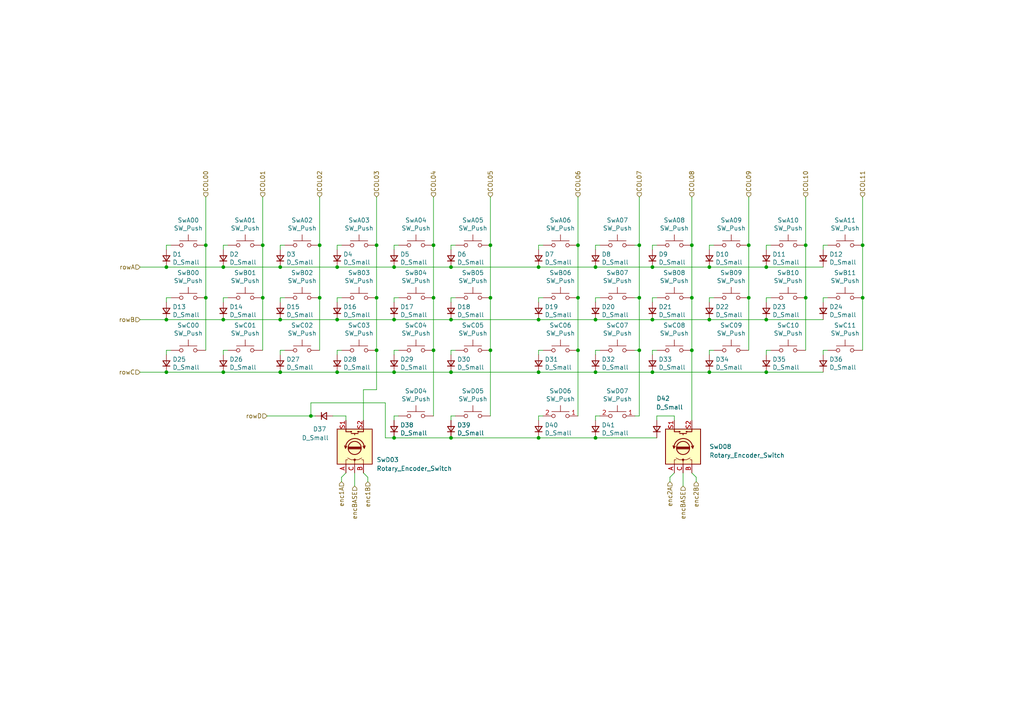
<source format=kicad_sch>
(kicad_sch (version 20210621) (generator eeschema)
  (paper "A4")
  (lib_symbols
    (symbol "Device:D_Small" (pin_numbers hide) (pin_names (offset 0.254) hide)
      (property "Reference" "D" (at -1.27 2.032 0))
      (property "Value" "Device_D_Small" (at -3.81 -2.032 0))
      (symbol "D_Small_0_1"
        (polyline (pts (xy -0.762 -1.016) (xy -0.762 1.016)) (stroke (width 0.254)))
        (polyline (pts (xy -0.762 0) (xy 0.762 0)))
        (polyline (pts (xy 0.762 -1.016) (xy -0.762 0) (xy 0.762 1.016) (xy 0.762 -1.016)) (stroke (width 0.254)))
      )
      (symbol "D_Small_1_1"
        (pin passive line (at -2.54 0 0) (length 1.778) (name "K") (number "1"))
        (pin passive line (at 2.54 0 180) (length 1.778) (name "A") (number "2"))
      )
    )
    (symbol "Device:Rotary_Encoder_Switch" (pin_names (offset 0.254) hide)
      (property "Reference" "SW" (at 0 6.604 0))
      (property "Value" "Device_Rotary_Encoder_Switch" (at 0 -6.604 0))
      (symbol "Rotary_Encoder_Switch_0_1"
        (rectangle (start -5.08 5.08) (end 5.08 -5.08) (stroke (width 0.254)) (fill (type background)))
        (circle (center -3.81 0) (radius 0.254) (fill (type outline)))
        (arc (start -0.381 -2.794) (mid 2.3622 -0.0635) (end -0.381 2.667) (stroke (width 0.254)))
        (circle (center -0.381 0) (radius 1.905) (stroke (width 0.254)) (stroke (width 0.254)))
        (polyline (pts (xy -0.635 -1.778) (xy -0.635 1.778)) (stroke (width 0.254)))
        (polyline (pts (xy -0.381 -1.778) (xy -0.381 1.778)) (stroke (width 0.254)))
        (polyline (pts (xy -0.127 1.778) (xy -0.127 -1.778)) (stroke (width 0.254)))
        (polyline (pts (xy 3.81 0) (xy 3.429 0)) (stroke (width 0.254)))
        (polyline (pts (xy 3.81 1.016) (xy 3.81 -1.016)) (stroke (width 0.254)))
        (polyline (pts (xy -5.08 -2.54) (xy -3.81 -2.54) (xy -3.81 -2.032)))
        (polyline (pts (xy -5.08 2.54) (xy -3.81 2.54) (xy -3.81 2.032)))
        (polyline (pts (xy 0.254 -3.048) (xy -0.508 -2.794) (xy 0.127 -2.413)) (stroke (width 0.254)))
        (polyline (pts (xy 0.254 2.921) (xy -0.508 2.667) (xy 0.127 2.286)) (stroke (width 0.254)))
        (polyline (pts (xy 5.08 -2.54) (xy 4.318 -2.54) (xy 4.318 -1.016)) (stroke (width 0.254)))
        (polyline (pts (xy 5.08 2.54) (xy 4.318 2.54) (xy 4.318 1.016)) (stroke (width 0.254)))
        (polyline (pts (xy -5.08 0) (xy -3.81 0) (xy -3.81 -1.016) (xy -3.302 -2.032)))
        (polyline (pts (xy -4.318 0) (xy -3.81 0) (xy -3.81 1.016) (xy -3.302 2.032)))
        (circle (center 4.318 -1.016) (radius 0.127) (stroke (width 0.254)) (stroke (width 0.254)))
        (circle (center 4.318 1.016) (radius 0.127) (stroke (width 0.254)) (stroke (width 0.254)))
      )
      (symbol "Rotary_Encoder_Switch_1_1"
        (pin passive line (at -7.62 2.54 0) (length 2.54) (name "A") (number "A"))
        (pin passive line (at -7.62 -2.54 0) (length 2.54) (name "B") (number "B"))
        (pin passive line (at -7.62 0 0) (length 2.54) (name "C") (number "C"))
        (pin passive line (at 7.62 2.54 180) (length 2.54) (name "S1") (number "S1"))
        (pin passive line (at 7.62 -2.54 180) (length 2.54) (name "S2") (number "S2"))
      )
    )
    (symbol "SW_Push_1" (pin_names (offset 1.016) hide)
      (property "Reference" "SW" (at 1.27 2.54 0))
      (property "Value" "SW_Push_1" (at 0 -1.524 0))
      (symbol "SW_Push_1_0_1"
        (circle (center -2.032 0) (radius 0.508))
        (polyline (pts (xy 0 1.27) (xy 0 3.048)))
        (polyline (pts (xy 2.54 1.27) (xy -2.54 1.27)))
        (circle (center 2.032 0) (radius 0.508))
        (pin passive line (at -5.08 0 0) (length 2.54) (name "1") (number "1"))
        (pin passive line (at 5.08 0 180) (length 2.54) (name "2") (number "2"))
      )
    )
    (symbol "SW_Push_2" (pin_names (offset 1.016) hide)
      (property "Reference" "SW" (at 1.27 2.54 0))
      (property "Value" "SW_Push_2" (at 0 -1.524 0))
      (symbol "SW_Push_2_0_1"
        (circle (center -2.032 0) (radius 0.508))
        (polyline (pts (xy 0 1.27) (xy 0 3.048)))
        (polyline (pts (xy 2.54 1.27) (xy -2.54 1.27)))
        (circle (center 2.032 0) (radius 0.508))
        (pin passive line (at -5.08 0 0) (length 2.54) (name "1") (number "1"))
        (pin passive line (at 5.08 0 180) (length 2.54) (name "2") (number "2"))
      )
    )
    (symbol "Switch:SW_Push" (pin_numbers hide) (pin_names (offset 1.016) hide)
      (property "Reference" "SW" (at 1.27 2.54 0))
      (property "Value" "Switch_SW_Push" (at 0 -1.524 0))
      (symbol "SW_Push_0_1"
        (circle (center -2.032 0) (radius 0.508))
        (polyline (pts (xy 0 1.27) (xy 0 3.048)))
        (polyline (pts (xy 2.54 1.27) (xy -2.54 1.27)))
        (circle (center 2.032 0) (radius 0.508))
        (pin passive line (at -5.08 0 0) (length 2.54) (name "1") (number "1"))
        (pin passive line (at 5.08 0 180) (length 2.54) (name "2") (number "2"))
      )
    )
  )
  (junction (at 48.26 77.47))
  (junction (at 48.26 92.71))
  (junction (at 48.26 107.95))
  (junction (at 59.69 71.12))
  (junction (at 59.69 86.36))
  (junction (at 64.77 77.47))
  (junction (at 64.77 92.71))
  (junction (at 64.77 107.95))
  (junction (at 76.2 71.12))
  (junction (at 76.2 86.36))
  (junction (at 81.28 77.47))
  (junction (at 81.28 92.71))
  (junction (at 81.28 107.95))
  (junction (at 90.17 120.65))
  (junction (at 92.71 71.12))
  (junction (at 92.71 86.36))
  (junction (at 97.79 77.47))
  (junction (at 97.79 92.71))
  (junction (at 97.79 107.95))
  (junction (at 109.22 71.12))
  (junction (at 109.22 86.36))
  (junction (at 109.22 101.6))
  (junction (at 114.3 77.47))
  (junction (at 114.3 92.71))
  (junction (at 114.3 107.95))
  (junction (at 114.3 127))
  (junction (at 125.73 71.12))
  (junction (at 125.73 86.36))
  (junction (at 125.73 101.6))
  (junction (at 130.81 77.47))
  (junction (at 130.81 92.71))
  (junction (at 130.81 107.95))
  (junction (at 130.81 127))
  (junction (at 142.24 71.12))
  (junction (at 142.24 86.36))
  (junction (at 142.24 101.6))
  (junction (at 156.21 77.47))
  (junction (at 156.21 92.71))
  (junction (at 156.21 107.95))
  (junction (at 156.21 127))
  (junction (at 167.64 71.12))
  (junction (at 167.64 86.36))
  (junction (at 167.64 101.6))
  (junction (at 172.72 77.47))
  (junction (at 172.72 92.71))
  (junction (at 172.72 107.95))
  (junction (at 172.72 127))
  (junction (at 185.42 71.12))
  (junction (at 185.42 86.36))
  (junction (at 185.42 101.6))
  (junction (at 189.23 77.47))
  (junction (at 189.23 92.71))
  (junction (at 189.23 107.95))
  (junction (at 200.66 71.12))
  (junction (at 200.66 86.36))
  (junction (at 200.66 101.6))
  (junction (at 205.74 77.47))
  (junction (at 205.74 92.71))
  (junction (at 205.74 107.95))
  (junction (at 217.17 71.12))
  (junction (at 217.17 86.36))
  (junction (at 222.25 77.47))
  (junction (at 222.25 92.71))
  (junction (at 222.25 107.95))
  (junction (at 233.68 71.12))
  (junction (at 233.68 86.36))
  (junction (at 250.19 71.12))
  (junction (at 250.19 86.36))
  (wire (pts (xy 40.64 77.47) (xy 48.26 77.47)))
  (wire (pts (xy 40.64 92.71) (xy 48.26 92.71)))
  (wire (pts (xy 40.64 107.95) (xy 48.26 107.95)))
  (wire (pts (xy 48.26 71.12) (xy 49.53 71.12)))
  (wire (pts (xy 48.26 72.39) (xy 48.26 71.12)))
  (wire (pts (xy 48.26 77.47) (xy 64.77 77.47)))
  (wire (pts (xy 48.26 86.36) (xy 49.53 86.36)))
  (wire (pts (xy 48.26 87.63) (xy 48.26 86.36)))
  (wire (pts (xy 48.26 92.71) (xy 64.77 92.71)))
  (wire (pts (xy 48.26 101.6) (xy 49.53 101.6)))
  (wire (pts (xy 48.26 102.87) (xy 48.26 101.6)))
  (wire (pts (xy 48.26 107.95) (xy 64.77 107.95)))
  (wire (pts (xy 59.69 57.15) (xy 59.69 71.12)))
  (wire (pts (xy 59.69 71.12) (xy 59.69 86.36)))
  (wire (pts (xy 59.69 86.36) (xy 59.69 101.6)))
  (wire (pts (xy 64.77 71.12) (xy 66.04 71.12)))
  (wire (pts (xy 64.77 72.39) (xy 64.77 71.12)))
  (wire (pts (xy 64.77 77.47) (xy 81.28 77.47)))
  (wire (pts (xy 64.77 86.36) (xy 66.04 86.36)))
  (wire (pts (xy 64.77 87.63) (xy 64.77 86.36)))
  (wire (pts (xy 64.77 92.71) (xy 81.28 92.71)))
  (wire (pts (xy 64.77 101.6) (xy 66.04 101.6)))
  (wire (pts (xy 64.77 102.87) (xy 64.77 101.6)))
  (wire (pts (xy 64.77 107.95) (xy 81.28 107.95)))
  (wire (pts (xy 76.2 57.15) (xy 76.2 71.12)))
  (wire (pts (xy 76.2 71.12) (xy 76.2 86.36)))
  (wire (pts (xy 76.2 86.36) (xy 76.2 101.6)))
  (wire (pts (xy 77.47 120.65) (xy 90.17 120.65)))
  (wire (pts (xy 81.28 71.12) (xy 82.55 71.12)))
  (wire (pts (xy 81.28 72.39) (xy 81.28 71.12)))
  (wire (pts (xy 81.28 77.47) (xy 97.79 77.47)))
  (wire (pts (xy 81.28 86.36) (xy 82.55 86.36)))
  (wire (pts (xy 81.28 87.63) (xy 81.28 86.36)))
  (wire (pts (xy 81.28 92.71) (xy 97.79 92.71)))
  (wire (pts (xy 81.28 101.6) (xy 82.55 101.6)))
  (wire (pts (xy 81.28 102.87) (xy 81.28 101.6)))
  (wire (pts (xy 81.28 107.95) (xy 97.79 107.95)))
  (wire (pts (xy 90.17 116.84) (xy 90.17 120.65)))
  (wire (pts (xy 90.17 120.65) (xy 91.44 120.65)))
  (wire (pts (xy 92.71 57.15) (xy 92.71 71.12)))
  (wire (pts (xy 92.71 71.12) (xy 92.71 86.36)))
  (wire (pts (xy 92.71 86.36) (xy 92.71 101.6)))
  (wire (pts (xy 97.79 71.12) (xy 99.06 71.12)))
  (wire (pts (xy 97.79 72.39) (xy 97.79 71.12)))
  (wire (pts (xy 97.79 77.47) (xy 114.3 77.47)))
  (wire (pts (xy 97.79 86.36) (xy 99.06 86.36)))
  (wire (pts (xy 97.79 87.63) (xy 97.79 86.36)))
  (wire (pts (xy 97.79 92.71) (xy 114.3 92.71)))
  (wire (pts (xy 97.79 101.6) (xy 99.06 101.6)))
  (wire (pts (xy 97.79 102.87) (xy 97.79 101.6)))
  (wire (pts (xy 97.79 107.95) (xy 114.3 107.95)))
  (wire (pts (xy 99.06 138.43) (xy 99.06 139.7)))
  (wire (pts (xy 100.33 120.65) (xy 96.52 120.65)))
  (wire (pts (xy 100.33 121.92) (xy 100.33 120.65)))
  (wire (pts (xy 100.33 137.16) (xy 99.06 138.43)))
  (wire (pts (xy 102.87 140.97) (xy 102.87 137.16)))
  (wire (pts (xy 105.41 113.03) (xy 105.41 121.92)))
  (wire (pts (xy 105.41 137.16) (xy 106.68 138.43)))
  (wire (pts (xy 106.68 139.7) (xy 106.68 138.43)))
  (wire (pts (xy 109.22 57.15) (xy 109.22 71.12)))
  (wire (pts (xy 109.22 71.12) (xy 109.22 86.36)))
  (wire (pts (xy 109.22 86.36) (xy 109.22 101.6)))
  (wire (pts (xy 109.22 101.6) (xy 109.22 113.03)))
  (wire (pts (xy 109.22 113.03) (xy 105.41 113.03)))
  (wire (pts (xy 111.76 116.84) (xy 90.17 116.84)))
  (wire (pts (xy 111.76 127) (xy 111.76 116.84)))
  (wire (pts (xy 114.3 71.12) (xy 115.57 71.12)))
  (wire (pts (xy 114.3 72.39) (xy 114.3 71.12)))
  (wire (pts (xy 114.3 77.47) (xy 130.81 77.47)))
  (wire (pts (xy 114.3 86.36) (xy 115.57 86.36)))
  (wire (pts (xy 114.3 87.63) (xy 114.3 86.36)))
  (wire (pts (xy 114.3 92.71) (xy 130.81 92.71)))
  (wire (pts (xy 114.3 101.6) (xy 115.57 101.6)))
  (wire (pts (xy 114.3 102.87) (xy 114.3 101.6)))
  (wire (pts (xy 114.3 107.95) (xy 130.81 107.95)))
  (wire (pts (xy 114.3 120.65) (xy 115.57 120.65)))
  (wire (pts (xy 114.3 121.92) (xy 114.3 120.65)))
  (wire (pts (xy 114.3 127) (xy 111.76 127)))
  (wire (pts (xy 114.3 127) (xy 130.81 127)))
  (wire (pts (xy 125.73 57.15) (xy 125.73 71.12)))
  (wire (pts (xy 125.73 71.12) (xy 125.73 86.36)))
  (wire (pts (xy 125.73 86.36) (xy 125.73 101.6)))
  (wire (pts (xy 125.73 101.6) (xy 125.73 120.65)))
  (wire (pts (xy 130.81 71.12) (xy 132.08 71.12)))
  (wire (pts (xy 130.81 72.39) (xy 130.81 71.12)))
  (wire (pts (xy 130.81 77.47) (xy 156.21 77.47)))
  (wire (pts (xy 130.81 86.36) (xy 132.08 86.36)))
  (wire (pts (xy 130.81 87.63) (xy 130.81 86.36)))
  (wire (pts (xy 130.81 92.71) (xy 156.21 92.71)))
  (wire (pts (xy 130.81 101.6) (xy 132.08 101.6)))
  (wire (pts (xy 130.81 102.87) (xy 130.81 101.6)))
  (wire (pts (xy 130.81 107.95) (xy 156.21 107.95)))
  (wire (pts (xy 130.81 120.65) (xy 132.08 120.65)))
  (wire (pts (xy 130.81 121.92) (xy 130.81 120.65)))
  (wire (pts (xy 130.81 127) (xy 156.21 127)))
  (wire (pts (xy 142.24 57.15) (xy 142.24 71.12)))
  (wire (pts (xy 142.24 71.12) (xy 142.24 86.36)))
  (wire (pts (xy 142.24 86.36) (xy 142.24 101.6)))
  (wire (pts (xy 142.24 101.6) (xy 142.24 120.65)))
  (wire (pts (xy 156.21 71.12) (xy 157.48 71.12)))
  (wire (pts (xy 156.21 72.39) (xy 156.21 71.12)))
  (wire (pts (xy 156.21 77.47) (xy 172.72 77.47)))
  (wire (pts (xy 156.21 86.36) (xy 157.48 86.36)))
  (wire (pts (xy 156.21 87.63) (xy 156.21 86.36)))
  (wire (pts (xy 156.21 92.71) (xy 172.72 92.71)))
  (wire (pts (xy 156.21 101.6) (xy 157.48 101.6)))
  (wire (pts (xy 156.21 102.87) (xy 156.21 101.6)))
  (wire (pts (xy 156.21 107.95) (xy 172.72 107.95)))
  (wire (pts (xy 156.21 120.65) (xy 157.48 120.65)))
  (wire (pts (xy 156.21 121.92) (xy 156.21 120.65)))
  (wire (pts (xy 156.21 127) (xy 172.72 127)))
  (wire (pts (xy 167.64 57.15) (xy 167.64 71.12)))
  (wire (pts (xy 167.64 71.12) (xy 167.64 86.36)))
  (wire (pts (xy 167.64 86.36) (xy 167.64 101.6)))
  (wire (pts (xy 167.64 101.6) (xy 167.64 120.65)))
  (wire (pts (xy 172.72 71.12) (xy 173.99 71.12)))
  (wire (pts (xy 172.72 72.39) (xy 172.72 71.12)))
  (wire (pts (xy 172.72 77.47) (xy 189.23 77.47)))
  (wire (pts (xy 172.72 86.36) (xy 173.99 86.36)))
  (wire (pts (xy 172.72 87.63) (xy 172.72 86.36)))
  (wire (pts (xy 172.72 92.71) (xy 189.23 92.71)))
  (wire (pts (xy 172.72 101.6) (xy 173.99 101.6)))
  (wire (pts (xy 172.72 102.87) (xy 172.72 101.6)))
  (wire (pts (xy 172.72 107.95) (xy 189.23 107.95)))
  (wire (pts (xy 172.72 120.65) (xy 173.99 120.65)))
  (wire (pts (xy 172.72 121.92) (xy 172.72 120.65)))
  (wire (pts (xy 184.15 71.12) (xy 185.42 71.12)))
  (wire (pts (xy 184.15 86.36) (xy 185.42 86.36)))
  (wire (pts (xy 184.15 101.6) (xy 185.42 101.6)))
  (wire (pts (xy 185.42 57.15) (xy 185.42 71.12)))
  (wire (pts (xy 185.42 71.12) (xy 185.42 86.36)))
  (wire (pts (xy 185.42 86.36) (xy 185.42 101.6)))
  (wire (pts (xy 185.42 101.6) (xy 185.42 120.65)))
  (wire (pts (xy 185.42 120.65) (xy 184.15 120.65)))
  (wire (pts (xy 189.23 71.12) (xy 190.5 71.12)))
  (wire (pts (xy 189.23 72.39) (xy 189.23 71.12)))
  (wire (pts (xy 189.23 77.47) (xy 205.74 77.47)))
  (wire (pts (xy 189.23 86.36) (xy 190.5 86.36)))
  (wire (pts (xy 189.23 87.63) (xy 189.23 86.36)))
  (wire (pts (xy 189.23 92.71) (xy 205.74 92.71)))
  (wire (pts (xy 189.23 101.6) (xy 190.5 101.6)))
  (wire (pts (xy 189.23 102.87) (xy 189.23 101.6)))
  (wire (pts (xy 189.23 107.95) (xy 205.74 107.95)))
  (wire (pts (xy 190.5 120.65) (xy 190.5 121.92)))
  (wire (pts (xy 190.5 127) (xy 172.72 127)))
  (wire (pts (xy 194.31 138.43) (xy 194.31 139.7)))
  (wire (pts (xy 195.58 120.65) (xy 190.5 120.65)))
  (wire (pts (xy 195.58 121.92) (xy 195.58 120.65)))
  (wire (pts (xy 195.58 137.16) (xy 194.31 138.43)))
  (wire (pts (xy 198.12 140.97) (xy 198.12 137.16)))
  (wire (pts (xy 200.66 57.15) (xy 200.66 71.12)))
  (wire (pts (xy 200.66 71.12) (xy 200.66 86.36)))
  (wire (pts (xy 200.66 86.36) (xy 200.66 101.6)))
  (wire (pts (xy 200.66 101.6) (xy 200.66 121.92)))
  (wire (pts (xy 200.66 137.16) (xy 201.93 138.43)))
  (wire (pts (xy 201.93 138.43) (xy 201.93 139.7)))
  (wire (pts (xy 205.74 71.12) (xy 207.01 71.12)))
  (wire (pts (xy 205.74 72.39) (xy 205.74 71.12)))
  (wire (pts (xy 205.74 77.47) (xy 222.25 77.47)))
  (wire (pts (xy 205.74 86.36) (xy 207.01 86.36)))
  (wire (pts (xy 205.74 87.63) (xy 205.74 86.36)))
  (wire (pts (xy 205.74 92.71) (xy 222.25 92.71)))
  (wire (pts (xy 205.74 101.6) (xy 207.01 101.6)))
  (wire (pts (xy 205.74 102.87) (xy 205.74 101.6)))
  (wire (pts (xy 205.74 107.95) (xy 222.25 107.95)))
  (wire (pts (xy 217.17 57.15) (xy 217.17 71.12)))
  (wire (pts (xy 217.17 71.12) (xy 217.17 86.36)))
  (wire (pts (xy 217.17 86.36) (xy 217.17 101.6)))
  (wire (pts (xy 222.25 71.12) (xy 223.52 71.12)))
  (wire (pts (xy 222.25 72.39) (xy 222.25 71.12)))
  (wire (pts (xy 222.25 77.47) (xy 238.76 77.47)))
  (wire (pts (xy 222.25 86.36) (xy 223.52 86.36)))
  (wire (pts (xy 222.25 87.63) (xy 222.25 86.36)))
  (wire (pts (xy 222.25 92.71) (xy 238.76 92.71)))
  (wire (pts (xy 222.25 101.6) (xy 223.52 101.6)))
  (wire (pts (xy 222.25 102.87) (xy 222.25 101.6)))
  (wire (pts (xy 222.25 107.95) (xy 238.76 107.95)))
  (wire (pts (xy 233.68 57.15) (xy 233.68 71.12)))
  (wire (pts (xy 233.68 71.12) (xy 233.68 86.36)))
  (wire (pts (xy 233.68 86.36) (xy 233.68 101.6)))
  (wire (pts (xy 238.76 71.12) (xy 240.03 71.12)))
  (wire (pts (xy 238.76 72.39) (xy 238.76 71.12)))
  (wire (pts (xy 238.76 86.36) (xy 240.03 86.36)))
  (wire (pts (xy 238.76 87.63) (xy 238.76 86.36)))
  (wire (pts (xy 238.76 101.6) (xy 240.03 101.6)))
  (wire (pts (xy 238.76 102.87) (xy 238.76 101.6)))
  (wire (pts (xy 250.19 57.15) (xy 250.19 71.12)))
  (wire (pts (xy 250.19 71.12) (xy 250.19 86.36)))
  (wire (pts (xy 250.19 86.36) (xy 250.19 101.6)))
  (hierarchical_label "rowA" (shape input) (at 40.64 77.47 180))
  (hierarchical_label "rowB" (shape input) (at 40.64 92.71 180))
  (hierarchical_label "rowC" (shape input) (at 40.64 107.95 180))
  (hierarchical_label "COL00" (shape input) (at 59.69 57.15 90))
  (hierarchical_label "COL01" (shape input) (at 76.2 57.15 90))
  (hierarchical_label "rowD" (shape input) (at 77.47 120.65 180))
  (hierarchical_label "COL02" (shape input) (at 92.71 57.15 90))
  (hierarchical_label "enc1A" (shape input) (at 99.06 139.7 270))
  (hierarchical_label "encBASE" (shape input) (at 102.87 140.97 270))
  (hierarchical_label "enc1B" (shape input) (at 106.68 139.7 270))
  (hierarchical_label "COL03" (shape input) (at 109.22 57.15 90))
  (hierarchical_label "COL04" (shape input) (at 125.73 57.15 90))
  (hierarchical_label "COL05" (shape input) (at 142.24 57.15 90))
  (hierarchical_label "COL06" (shape input) (at 167.64 57.15 90))
  (hierarchical_label "COL07" (shape input) (at 185.42 57.15 90))
  (hierarchical_label "enc2A" (shape input) (at 194.31 139.7 270))
  (hierarchical_label "encBASE" (shape input) (at 198.12 140.97 270))
  (hierarchical_label "COL08" (shape input) (at 200.66 57.15 90))
  (hierarchical_label "enc2B" (shape input) (at 201.93 139.7 270))
  (hierarchical_label "COL09" (shape input) (at 217.17 57.15 90))
  (hierarchical_label "COL10" (shape input) (at 233.68 57.15 90))
  (hierarchical_label "COL11" (shape input) (at 250.19 57.15 90))
  (symbol (lib_id "Device:D_Small") (at 48.26 74.93 90) (unit 1)
    (property "Reference" "D1" (at 50.038 73.7616 90) (effects (justify right)))
    (property "Value" "D_Small" (at 50.038 76.073 90) (effects (justify right)))
    (property "Footprint" "Diode_SMD:D_SOD-123" (effects hide))
    (property "JLC" "SOD-123" (effects hide))
    (property "LCSC" "C81598" (effects hide))
  )
  (symbol (lib_id "Device:D_Small") (at 48.26 90.17 90) (unit 1)
    (property "Reference" "D13" (at 50.038 89.0016 90) (effects (justify right)))
    (property "Value" "D_Small" (at 50.038 91.313 90) (effects (justify right)))
    (property "Footprint" "Diode_SMD:D_SOD-123" (effects hide))
    (property "JLC" "SOD-123" (effects hide))
    (property "LCSC" "C81598" (effects hide))
  )
  (symbol (lib_id "Device:D_Small") (at 48.26 105.41 90) (unit 1)
    (property "Reference" "D25" (at 50.038 104.2416 90) (effects (justify right)))
    (property "Value" "D_Small" (at 50.038 106.553 90) (effects (justify right)))
    (property "Footprint" "Diode_SMD:D_SOD-123" (effects hide))
    (property "JLC" "SOD-123" (effects hide))
    (property "LCSC" "C81598" (effects hide))
  )
  (symbol (lib_id "Device:D_Small") (at 64.77 74.93 90) (unit 1)
    (property "Reference" "D2" (at 66.548 73.7616 90) (effects (justify right)))
    (property "Value" "D_Small" (at 66.548 76.073 90) (effects (justify right)))
    (property "Footprint" "Diode_SMD:D_SOD-123" (effects hide))
    (property "JLC" "SOD-123" (effects hide))
    (property "LCSC" "C81598" (effects hide))
  )
  (symbol (lib_id "Device:D_Small") (at 64.77 90.17 90) (unit 1)
    (property "Reference" "D14" (at 66.548 89.0016 90) (effects (justify right)))
    (property "Value" "D_Small" (at 66.548 91.313 90) (effects (justify right)))
    (property "Footprint" "Diode_SMD:D_SOD-123" (effects hide))
    (property "JLC" "SOD-123" (effects hide))
    (property "LCSC" "C81598" (effects hide))
  )
  (symbol (lib_id "Device:D_Small") (at 64.77 105.41 90) (unit 1)
    (property "Reference" "D26" (at 66.548 104.2416 90) (effects (justify right)))
    (property "Value" "D_Small" (at 66.548 106.553 90) (effects (justify right)))
    (property "Footprint" "Diode_SMD:D_SOD-123" (effects hide))
    (property "JLC" "SOD-123" (effects hide))
    (property "LCSC" "C81598" (effects hide))
  )
  (symbol (lib_id "Device:D_Small") (at 81.28 74.93 90) (unit 1)
    (property "Reference" "D3" (at 83.058 73.7616 90) (effects (justify right)))
    (property "Value" "D_Small" (at 83.058 76.073 90) (effects (justify right)))
    (property "Footprint" "Diode_SMD:D_SOD-123" (effects hide))
    (property "JLC" "SOD-123" (effects hide))
    (property "LCSC" "C81598" (effects hide))
  )
  (symbol (lib_id "Device:D_Small") (at 81.28 90.17 90) (unit 1)
    (property "Reference" "D15" (at 83.058 89.0016 90) (effects (justify right)))
    (property "Value" "D_Small" (at 83.058 91.313 90) (effects (justify right)))
    (property "Footprint" "Diode_SMD:D_SOD-123" (effects hide))
    (property "JLC" "SOD-123" (effects hide))
    (property "LCSC" "C81598" (effects hide))
  )
  (symbol (lib_id "Device:D_Small") (at 81.28 105.41 90) (unit 1)
    (property "Reference" "D27" (at 83.058 104.2416 90) (effects (justify right)))
    (property "Value" "D_Small" (at 83.058 106.553 90) (effects (justify right)))
    (property "Footprint" "Diode_SMD:D_SOD-123" (effects hide))
    (property "JLC" "SOD-123" (effects hide))
    (property "LCSC" "C81598" (effects hide))
  )
  (symbol (lib_id "Device:D_Small") (at 93.98 120.65 0) (unit 1)
    (property "Reference" "D37" (at 92.71 124.46 0))
    (property "Value" "D_Small" (at 91.44 127 0))
    (property "Footprint" "Diode_SMD:D_SOD-123" (effects hide))
    (property "JLC" "SOD-123" (effects hide))
    (property "LCSC" "C81598" (effects hide))
  )
  (symbol (lib_id "Device:D_Small") (at 97.79 74.93 90) (unit 1)
    (property "Reference" "D4" (at 99.568 73.7616 90) (effects (justify right)))
    (property "Value" "D_Small" (at 99.568 76.073 90) (effects (justify right)))
    (property "Footprint" "Diode_SMD:D_SOD-123" (effects hide))
    (property "JLC" "SOD-123" (effects hide))
    (property "LCSC" "C81598" (effects hide))
  )
  (symbol (lib_id "Device:D_Small") (at 97.79 90.17 90) (unit 1)
    (property "Reference" "D16" (at 99.568 89.0016 90) (effects (justify right)))
    (property "Value" "D_Small" (at 99.568 91.313 90) (effects (justify right)))
    (property "Footprint" "Diode_SMD:D_SOD-123" (effects hide))
    (property "JLC" "SOD-123" (effects hide))
    (property "LCSC" "C81598" (effects hide))
  )
  (symbol (lib_id "Device:D_Small") (at 97.79 105.41 90) (unit 1)
    (property "Reference" "D28" (at 99.568 104.2416 90) (effects (justify right)))
    (property "Value" "D_Small" (at 99.568 106.553 90) (effects (justify right)))
    (property "Footprint" "Diode_SMD:D_SOD-123" (effects hide))
    (property "JLC" "SOD-123" (effects hide))
    (property "LCSC" "C81598" (effects hide))
  )
  (symbol (lib_id "Device:D_Small") (at 114.3 74.93 90) (unit 1)
    (property "Reference" "D5" (at 116.078 73.7616 90) (effects (justify right)))
    (property "Value" "D_Small" (at 116.078 76.073 90) (effects (justify right)))
    (property "Footprint" "Diode_SMD:D_SOD-123" (effects hide))
    (property "JLC" "SOD-123" (effects hide))
    (property "LCSC" "C81598" (effects hide))
  )
  (symbol (lib_id "Device:D_Small") (at 114.3 90.17 90) (unit 1)
    (property "Reference" "D17" (at 116.078 89.0016 90) (effects (justify right)))
    (property "Value" "D_Small" (at 116.078 91.313 90) (effects (justify right)))
    (property "Footprint" "Diode_SMD:D_SOD-123" (effects hide))
    (property "JLC" "SOD-123" (effects hide))
    (property "LCSC" "C81598" (effects hide))
  )
  (symbol (lib_id "Device:D_Small") (at 114.3 105.41 90) (unit 1)
    (property "Reference" "D29" (at 116.078 104.2416 90) (effects (justify right)))
    (property "Value" "D_Small" (at 116.078 106.553 90) (effects (justify right)))
    (property "Footprint" "Diode_SMD:D_SOD-123" (effects hide))
    (property "JLC" "SOD-123" (effects hide))
    (property "LCSC" "C81598" (effects hide))
  )
  (symbol (lib_id "Device:D_Small") (at 114.3 124.46 90) (unit 1)
    (property "Reference" "D38" (at 116.078 123.2916 90) (effects (justify right)))
    (property "Value" "D_Small" (at 116.078 125.603 90) (effects (justify right)))
    (property "Footprint" "Diode_SMD:D_SOD-123" (effects hide))
    (property "JLC" "SOD-123" (effects hide))
    (property "LCSC" "C81598" (effects hide))
  )
  (symbol (lib_id "Device:D_Small") (at 130.81 74.93 90) (unit 1)
    (property "Reference" "D6" (at 132.588 73.7616 90) (effects (justify right)))
    (property "Value" "D_Small" (at 132.588 76.073 90) (effects (justify right)))
    (property "Footprint" "Diode_SMD:D_SOD-123" (effects hide))
    (property "JLC" "SOD-123" (effects hide))
    (property "LCSC" "C81598" (effects hide))
  )
  (symbol (lib_id "Device:D_Small") (at 130.81 90.17 90) (unit 1)
    (property "Reference" "D18" (at 132.588 89.0016 90) (effects (justify right)))
    (property "Value" "D_Small" (at 132.588 91.313 90) (effects (justify right)))
    (property "Footprint" "Diode_SMD:D_SOD-123" (effects hide))
    (property "JLC" "SOD-123" (effects hide))
    (property "LCSC" "C81598" (effects hide))
  )
  (symbol (lib_id "Device:D_Small") (at 130.81 105.41 90) (unit 1)
    (property "Reference" "D30" (at 132.588 104.2416 90) (effects (justify right)))
    (property "Value" "D_Small" (at 132.588 106.553 90) (effects (justify right)))
    (property "Footprint" "Diode_SMD:D_SOD-123" (effects hide))
    (property "JLC" "SOD-123" (effects hide))
    (property "LCSC" "C81598" (effects hide))
  )
  (symbol (lib_id "Device:D_Small") (at 130.81 124.46 90) (unit 1)
    (property "Reference" "D39" (at 132.588 123.2916 90) (effects (justify right)))
    (property "Value" "D_Small" (at 132.588 125.603 90) (effects (justify right)))
    (property "Footprint" "Diode_SMD:D_SOD-123" (effects hide))
    (property "JLC" "SOD-123" (effects hide))
    (property "LCSC" "C81598" (effects hide))
  )
  (symbol (lib_id "Device:D_Small") (at 156.21 74.93 90) (unit 1)
    (property "Reference" "D7" (at 157.988 73.7616 90) (effects (justify right)))
    (property "Value" "D_Small" (at 157.988 76.073 90) (effects (justify right)))
    (property "Footprint" "Diode_SMD:D_SOD-123" (effects hide))
    (property "JLC" "SOD-123" (effects hide))
    (property "LCSC" "C81598" (effects hide))
  )
  (symbol (lib_id "Device:D_Small") (at 156.21 90.17 90) (unit 1)
    (property "Reference" "D19" (at 157.988 89.0016 90) (effects (justify right)))
    (property "Value" "D_Small" (at 157.988 91.313 90) (effects (justify right)))
    (property "Footprint" "Diode_SMD:D_SOD-123" (effects hide))
    (property "JLC" "SOD-123" (effects hide))
    (property "LCSC" "C81598" (effects hide))
  )
  (symbol (lib_id "Device:D_Small") (at 156.21 105.41 90) (unit 1)
    (property "Reference" "D31" (at 157.988 104.2416 90) (effects (justify right)))
    (property "Value" "D_Small" (at 157.988 106.553 90) (effects (justify right)))
    (property "Footprint" "Diode_SMD:D_SOD-123" (effects hide))
    (property "JLC" "SOD-123" (effects hide))
    (property "LCSC" "C81598" (effects hide))
  )
  (symbol (lib_id "Device:D_Small") (at 156.21 124.46 90) (unit 1)
    (property "Reference" "D40" (at 157.988 123.2916 90) (effects (justify right)))
    (property "Value" "D_Small" (at 157.988 125.603 90) (effects (justify right)))
    (property "Footprint" "Diode_SMD:D_SOD-123" (effects hide))
    (property "JLC" "SOD-123" (effects hide))
    (property "LCSC" "C81598" (effects hide))
  )
  (symbol (lib_id "Device:D_Small") (at 172.72 74.93 90) (unit 1)
    (property "Reference" "D8" (at 174.498 73.7616 90) (effects (justify right)))
    (property "Value" "D_Small" (at 174.498 76.073 90) (effects (justify right)))
    (property "Footprint" "Diode_SMD:D_SOD-123" (effects hide))
    (property "JLC" "SOD-123" (effects hide))
    (property "LCSC" "C81598" (effects hide))
  )
  (symbol (lib_id "Device:D_Small") (at 172.72 90.17 90) (unit 1)
    (property "Reference" "D20" (at 174.498 89.0016 90) (effects (justify right)))
    (property "Value" "D_Small" (at 174.498 91.313 90) (effects (justify right)))
    (property "Footprint" "Diode_SMD:D_SOD-123" (effects hide))
    (property "JLC" "SOD-123" (effects hide))
    (property "LCSC" "C81598" (effects hide))
  )
  (symbol (lib_id "Device:D_Small") (at 172.72 105.41 90) (unit 1)
    (property "Reference" "D32" (at 174.498 104.2416 90) (effects (justify right)))
    (property "Value" "D_Small" (at 174.498 106.553 90) (effects (justify right)))
    (property "Footprint" "Diode_SMD:D_SOD-123" (effects hide))
    (property "JLC" "SOD-123" (effects hide))
    (property "LCSC" "C81598" (effects hide))
  )
  (symbol (lib_id "Device:D_Small") (at 172.72 124.46 90) (unit 1)
    (property "Reference" "D41" (at 174.498 123.2916 90) (effects (justify right)))
    (property "Value" "D_Small" (at 174.498 125.603 90) (effects (justify right)))
    (property "Footprint" "Diode_SMD:D_SOD-123" (effects hide))
    (property "JLC" "SOD-123" (effects hide))
    (property "LCSC" "C81598" (effects hide))
  )
  (symbol (lib_id "Device:D_Small") (at 189.23 74.93 90) (unit 1)
    (property "Reference" "D9" (at 191.008 73.7616 90) (effects (justify right)))
    (property "Value" "D_Small" (at 191.008 76.073 90) (effects (justify right)))
    (property "Footprint" "Diode_SMD:D_SOD-123" (effects hide))
    (property "JLC" "SOD-123" (effects hide))
    (property "LCSC" "C81598" (effects hide))
  )
  (symbol (lib_id "Device:D_Small") (at 189.23 90.17 90) (unit 1)
    (property "Reference" "D21" (at 191.008 89.0016 90) (effects (justify right)))
    (property "Value" "D_Small" (at 191.008 91.313 90) (effects (justify right)))
    (property "Footprint" "Diode_SMD:D_SOD-123" (effects hide))
    (property "JLC" "SOD-123" (effects hide))
    (property "LCSC" "C81598" (effects hide))
  )
  (symbol (lib_id "Device:D_Small") (at 189.23 105.41 90) (unit 1)
    (property "Reference" "D33" (at 191.008 104.2416 90) (effects (justify right)))
    (property "Value" "D_Small" (at 191.008 106.553 90) (effects (justify right)))
    (property "Footprint" "Diode_SMD:D_SOD-123" (effects hide))
    (property "JLC" "SOD-123" (effects hide))
    (property "LCSC" "C81598" (effects hide))
  )
  (symbol (lib_id "Device:D_Small") (at 190.5 124.46 90) (unit 1)
    (property "Reference" "D42" (at 194.31 115.57 90) (effects (justify left)))
    (property "Value" "D_Small" (at 198.12 118.11 90) (effects (justify left)))
    (property "Footprint" "Diode_SMD:D_SOD-123" (effects hide))
    (property "JLC" "SOD-123" (effects hide))
    (property "LCSC" "C81598" (effects hide))
  )
  (symbol (lib_id "Device:D_Small") (at 205.74 74.93 90) (unit 1)
    (property "Reference" "D10" (at 207.518 73.7616 90) (effects (justify right)))
    (property "Value" "D_Small" (at 207.518 76.073 90) (effects (justify right)))
    (property "Footprint" "Diode_SMD:D_SOD-123" (effects hide))
    (property "JLC" "SOD-123" (effects hide))
    (property "LCSC" "C81598" (effects hide))
  )
  (symbol (lib_id "Device:D_Small") (at 205.74 90.17 90) (unit 1)
    (property "Reference" "D22" (at 207.518 89.0016 90) (effects (justify right)))
    (property "Value" "D_Small" (at 207.518 91.313 90) (effects (justify right)))
    (property "Footprint" "Diode_SMD:D_SOD-123" (effects hide))
    (property "JLC" "SOD-123" (effects hide))
    (property "LCSC" "C81598" (effects hide))
  )
  (symbol (lib_id "Device:D_Small") (at 205.74 105.41 90) (unit 1)
    (property "Reference" "D34" (at 207.518 104.2416 90) (effects (justify right)))
    (property "Value" "D_Small" (at 207.518 106.553 90) (effects (justify right)))
    (property "Footprint" "Diode_SMD:D_SOD-123" (effects hide))
    (property "JLC" "SOD-123" (effects hide))
    (property "LCSC" "C81598" (effects hide))
  )
  (symbol (lib_id "Device:D_Small") (at 222.25 74.93 90) (unit 1)
    (property "Reference" "D11" (at 224.028 73.7616 90) (effects (justify right)))
    (property "Value" "D_Small" (at 224.028 76.073 90) (effects (justify right)))
    (property "Footprint" "Diode_SMD:D_SOD-123" (effects hide))
    (property "JLC" "SOD-123" (effects hide))
    (property "LCSC" "C81598" (effects hide))
  )
  (symbol (lib_id "Device:D_Small") (at 222.25 90.17 90) (unit 1)
    (property "Reference" "D23" (at 224.028 89.0016 90) (effects (justify right)))
    (property "Value" "D_Small" (at 224.028 91.313 90) (effects (justify right)))
    (property "Footprint" "Diode_SMD:D_SOD-123" (effects hide))
    (property "JLC" "SOD-123" (effects hide))
    (property "LCSC" "C81598" (effects hide))
  )
  (symbol (lib_id "Device:D_Small") (at 222.25 105.41 90) (unit 1)
    (property "Reference" "D35" (at 224.028 104.2416 90) (effects (justify right)))
    (property "Value" "D_Small" (at 224.028 106.553 90) (effects (justify right)))
    (property "Footprint" "Diode_SMD:D_SOD-123" (effects hide))
    (property "JLC" "SOD-123" (effects hide))
    (property "LCSC" "C81598" (effects hide))
  )
  (symbol (lib_id "Device:D_Small") (at 238.76 74.93 90) (unit 1)
    (property "Reference" "D12" (at 240.538 73.7616 90) (effects (justify right)))
    (property "Value" "D_Small" (at 240.538 76.073 90) (effects (justify right)))
    (property "Footprint" "Diode_SMD:D_SOD-123" (effects hide))
    (property "JLC" "SOD-123" (effects hide))
    (property "LCSC" "C81598" (effects hide))
  )
  (symbol (lib_id "Device:D_Small") (at 238.76 90.17 90) (unit 1)
    (property "Reference" "D24" (at 240.538 89.0016 90) (effects (justify right)))
    (property "Value" "D_Small" (at 240.538 91.313 90) (effects (justify right)))
    (property "Footprint" "Diode_SMD:D_SOD-123" (effects hide))
    (property "JLC" "SOD-123" (effects hide))
    (property "LCSC" "C81598" (effects hide))
  )
  (symbol (lib_id "Device:D_Small") (at 238.76 105.41 90) (unit 1)
    (property "Reference" "D36" (at 240.538 104.2416 90) (effects (justify right)))
    (property "Value" "D_Small" (at 240.538 106.553 90) (effects (justify right)))
    (property "Footprint" "Diode_SMD:D_SOD-123" (effects hide))
    (property "JLC" "SOD-123" (effects hide))
    (property "LCSC" "C81598" (effects hide))
  )
  (symbol (lib_id "Switch:SW_Push") (at 54.61 71.12 0) (unit 1)
    (property "Reference" "SwA00" (at 54.61 63.881 0))
    (property "Value" "SW_Push" (at 54.61 66.1924 0))
    (property "Footprint" "keebLib:pg1353" (effects hide))
  )
  (symbol (lib_id "Switch:SW_Push") (at 54.61 86.36 0) (unit 1)
    (property "Reference" "SwB00" (at 54.61 79.121 0))
    (property "Value" "SW_Push" (at 54.61 81.4324 0))
    (property "Footprint" "keebLib:pg1353" (effects hide))
  )
  (symbol (lib_id "Switch:SW_Push") (at 54.61 101.6 0) (unit 1)
    (property "Reference" "SwC00" (at 54.61 94.361 0))
    (property "Value" "SW_Push" (at 54.61 96.6724 0))
    (property "Footprint" "keebLib:pg1353" (effects hide))
  )
  (symbol (lib_id "Switch:SW_Push") (at 71.12 71.12 0) (unit 1)
    (property "Reference" "SwA01" (at 71.12 63.881 0))
    (property "Value" "SW_Push" (at 71.12 66.1924 0))
    (property "Footprint" "keebLib:pg1353" (effects hide))
  )
  (symbol (lib_id "Switch:SW_Push") (at 71.12 86.36 0) (unit 1)
    (property "Reference" "SwB01" (at 71.12 79.121 0))
    (property "Value" "SW_Push" (at 71.12 81.4324 0))
    (property "Footprint" "keebLib:pg1353" (effects hide))
  )
  (symbol (lib_id "Switch:SW_Push") (at 71.12 101.6 0) (unit 1)
    (property "Reference" "SwC01" (at 71.12 94.361 0))
    (property "Value" "SW_Push" (at 71.12 96.6724 0))
    (property "Footprint" "keebLib:pg1353" (effects hide))
  )
  (symbol (lib_id "Switch:SW_Push") (at 87.63 71.12 0) (unit 1)
    (property "Reference" "SwA02" (at 87.63 63.881 0))
    (property "Value" "SW_Push" (at 87.63 66.1924 0))
    (property "Footprint" "keebLib:pg1353" (effects hide))
  )
  (symbol (lib_id "Switch:SW_Push") (at 87.63 86.36 0) (unit 1)
    (property "Reference" "SwB02" (at 87.63 79.121 0))
    (property "Value" "SW_Push" (at 87.63 81.4324 0))
    (property "Footprint" "keebLib:pg1353" (effects hide))
  )
  (symbol (lib_id "Switch:SW_Push") (at 87.63 101.6 0) (unit 1)
    (property "Reference" "SwC02" (at 87.63 94.361 0))
    (property "Value" "SW_Push" (at 87.63 96.6724 0))
    (property "Footprint" "keebLib:pg1353" (effects hide))
  )
  (symbol (lib_id "Switch:SW_Push") (at 104.14 71.12 0) (unit 1)
    (property "Reference" "SwA03" (at 104.14 63.881 0))
    (property "Value" "SW_Push" (at 104.14 66.1924 0))
    (property "Footprint" "keebLib:pg1353" (effects hide))
  )
  (symbol (lib_id "Switch:SW_Push") (at 104.14 86.36 0) (unit 1)
    (property "Reference" "SwB03" (at 104.14 79.121 0))
    (property "Value" "SW_Push" (at 104.14 81.4324 0))
    (property "Footprint" "keebLib:pg1353" (effects hide))
  )
  (symbol (lib_id "Switch:SW_Push") (at 104.14 101.6 0) (unit 1)
    (property "Reference" "SwC03" (at 104.14 94.361 0))
    (property "Value" "SW_Push" (at 104.14 96.6724 0))
    (property "Footprint" "keebLib:pg1353" (effects hide))
  )
  (symbol (lib_id "Switch:SW_Push") (at 120.65 71.12 0) (unit 1)
    (property "Reference" "SwA04" (at 120.65 63.881 0))
    (property "Value" "SW_Push" (at 120.65 66.1924 0))
    (property "Footprint" "keebLib:pg1353" (effects hide))
  )
  (symbol (lib_id "Switch:SW_Push") (at 120.65 86.36 0) (unit 1)
    (property "Reference" "SwB04" (at 120.65 79.121 0))
    (property "Value" "SW_Push" (at 120.65 81.4324 0))
    (property "Footprint" "keebLib:pg1353" (effects hide))
  )
  (symbol (lib_id "Switch:SW_Push") (at 120.65 101.6 0) (unit 1)
    (property "Reference" "SwC04" (at 120.65 94.361 0))
    (property "Value" "SW_Push" (at 120.65 96.6724 0))
    (property "Footprint" "keebLib:pg1353" (effects hide))
  )
  (symbol (lib_id "Switch:SW_Push") (at 120.65 120.65 0) (unit 1)
    (property "Reference" "SwD04" (at 120.65 113.411 0))
    (property "Value" "SW_Push" (at 120.65 115.7224 0))
    (property "Footprint" "keebLib:pg1353" (effects hide))
  )
  (symbol (lib_id "Switch:SW_Push") (at 137.16 71.12 0) (unit 1)
    (property "Reference" "SwA05" (at 137.16 63.881 0))
    (property "Value" "SW_Push" (at 137.16 66.1924 0))
    (property "Footprint" "keebLib:pg1353" (effects hide))
  )
  (symbol (lib_id "Switch:SW_Push") (at 137.16 86.36 0) (unit 1)
    (property "Reference" "SwB05" (at 137.16 79.121 0))
    (property "Value" "SW_Push" (at 137.16 81.4324 0))
    (property "Footprint" "keebLib:pg1353" (effects hide))
  )
  (symbol (lib_id "Switch:SW_Push") (at 137.16 101.6 0) (unit 1)
    (property "Reference" "SwC05" (at 137.16 94.361 0))
    (property "Value" "SW_Push" (at 137.16 96.6724 0))
    (property "Footprint" "keebLib:pg1353" (effects hide))
  )
  (symbol (lib_id "Switch:SW_Push") (at 137.16 120.65 0) (unit 1)
    (property "Reference" "SwD05" (at 137.16 113.411 0))
    (property "Value" "SW_Push" (at 137.16 115.7224 0))
    (property "Footprint" "keebLib:pg1353" (effects hide))
  )
  (symbol (lib_id "Switch:SW_Push") (at 162.56 71.12 0) (unit 1)
    (property "Reference" "SwA06" (at 162.56 63.881 0))
    (property "Value" "SW_Push" (at 162.56 66.1924 0))
    (property "Footprint" "keebLib:pg1353" (effects hide))
  )
  (symbol (lib_id "Switch:SW_Push") (at 162.56 86.36 0) (unit 1)
    (property "Reference" "SwB06" (at 162.56 79.121 0))
    (property "Value" "SW_Push" (at 162.56 81.4324 0))
    (property "Footprint" "keebLib:pg1353" (effects hide))
  )
  (symbol (lib_id "Switch:SW_Push") (at 162.56 101.6 0) (unit 1)
    (property "Reference" "SwC06" (at 162.56 94.361 0))
    (property "Value" "SW_Push" (at 162.56 96.6724 0))
    (property "Footprint" "keebLib:pg1353" (effects hide))
  )
  (symbol (lib_name "SW_Push_2") (lib_id "Switch:SW_Push") (at 162.56 120.65 0) (mirror y) (unit 1)
    (property "Reference" "SwD06" (at 162.56 113.411 0))
    (property "Value" "SW_Push" (at 162.56 115.7224 0))
    (property "Footprint" "keebLib:pg1353" (effects hide))
  )
  (symbol (lib_id "Switch:SW_Push") (at 179.07 71.12 0) (unit 1)
    (property "Reference" "SwA07" (at 179.07 63.881 0))
    (property "Value" "SW_Push" (at 179.07 66.1924 0))
    (property "Footprint" "keebLib:pg1353" (effects hide))
  )
  (symbol (lib_id "Switch:SW_Push") (at 179.07 86.36 0) (unit 1)
    (property "Reference" "SwB07" (at 179.07 79.121 0))
    (property "Value" "SW_Push" (at 179.07 81.4324 0))
    (property "Footprint" "keebLib:pg1353" (effects hide))
  )
  (symbol (lib_id "Switch:SW_Push") (at 179.07 101.6 0) (unit 1)
    (property "Reference" "SwC07" (at 179.07 94.361 0))
    (property "Value" "SW_Push" (at 179.07 96.6724 0))
    (property "Footprint" "keebLib:pg1353" (effects hide))
  )
  (symbol (lib_name "SW_Push_1") (lib_id "Switch:SW_Push") (at 179.07 120.65 0) (mirror y) (unit 1)
    (property "Reference" "SwD07" (at 179.07 113.411 0))
    (property "Value" "SW_Push" (at 179.07 115.7224 0))
    (property "Footprint" "keebLib:pg1353" (effects hide))
  )
  (symbol (lib_id "Switch:SW_Push") (at 195.58 71.12 0) (unit 1)
    (property "Reference" "SwA08" (at 195.58 63.881 0))
    (property "Value" "SW_Push" (at 195.58 66.1924 0))
    (property "Footprint" "keebLib:pg1353" (effects hide))
  )
  (symbol (lib_id "Switch:SW_Push") (at 195.58 86.36 0) (unit 1)
    (property "Reference" "SwB08" (at 195.58 79.121 0))
    (property "Value" "SW_Push" (at 195.58 81.4324 0))
    (property "Footprint" "keebLib:pg1353" (effects hide))
  )
  (symbol (lib_id "Switch:SW_Push") (at 195.58 101.6 0) (unit 1)
    (property "Reference" "SwC08" (at 195.58 94.361 0))
    (property "Value" "SW_Push" (at 195.58 96.6724 0))
    (property "Footprint" "keebLib:pg1353" (effects hide))
  )
  (symbol (lib_id "Switch:SW_Push") (at 212.09 71.12 0) (unit 1)
    (property "Reference" "SwA09" (at 212.09 63.881 0))
    (property "Value" "SW_Push" (at 212.09 66.1924 0))
    (property "Footprint" "keebLib:pg1353" (effects hide))
  )
  (symbol (lib_id "Switch:SW_Push") (at 212.09 86.36 0) (unit 1)
    (property "Reference" "SwB09" (at 212.09 79.121 0))
    (property "Value" "SW_Push" (at 212.09 81.4324 0))
    (property "Footprint" "keebLib:pg1353" (effects hide))
  )
  (symbol (lib_id "Switch:SW_Push") (at 212.09 101.6 0) (unit 1)
    (property "Reference" "SwC09" (at 212.09 94.361 0))
    (property "Value" "SW_Push" (at 212.09 96.6724 0))
    (property "Footprint" "keebLib:pg1353" (effects hide))
  )
  (symbol (lib_id "Switch:SW_Push") (at 228.6 71.12 0) (unit 1)
    (property "Reference" "SwA10" (at 228.6 63.881 0))
    (property "Value" "SW_Push" (at 228.6 66.1924 0))
    (property "Footprint" "keebLib:pg1353" (effects hide))
  )
  (symbol (lib_id "Switch:SW_Push") (at 228.6 86.36 0) (unit 1)
    (property "Reference" "SwB10" (at 228.6 79.121 0))
    (property "Value" "SW_Push" (at 228.6 81.4324 0))
    (property "Footprint" "keebLib:pg1353" (effects hide))
  )
  (symbol (lib_id "Switch:SW_Push") (at 228.6 101.6 0) (unit 1)
    (property "Reference" "SwC10" (at 228.6 94.361 0))
    (property "Value" "SW_Push" (at 228.6 96.6724 0))
    (property "Footprint" "keebLib:pg1353" (effects hide))
  )
  (symbol (lib_id "Switch:SW_Push") (at 245.11 71.12 0) (unit 1)
    (property "Reference" "SwA11" (at 245.11 63.881 0))
    (property "Value" "SW_Push" (at 245.11 66.1924 0))
    (property "Footprint" "keebLib:pg1353" (effects hide))
  )
  (symbol (lib_id "Switch:SW_Push") (at 245.11 86.36 0) (unit 1)
    (property "Reference" "SwB11" (at 245.11 79.121 0))
    (property "Value" "SW_Push" (at 245.11 81.4324 0))
    (property "Footprint" "keebLib:pg1353" (effects hide))
  )
  (symbol (lib_id "Switch:SW_Push") (at 245.11 101.6 0) (unit 1)
    (property "Reference" "SwC11" (at 245.11 94.361 0))
    (property "Value" "SW_Push" (at 245.11 96.6724 0))
    (property "Footprint" "keebLib:pg1353" (effects hide))
  )
  (symbol (lib_id "Device:Rotary_Encoder_Switch") (at 102.87 129.54 90) (unit 1)
    (property "Reference" "SwD03" (at 109.22 133.35 90) (effects (justify right)))
    (property "Value" "Rotary_Encoder_Switch" (at 109.22 135.89 90) (effects (justify right)))
    (property "Footprint" "keebLib:pg1353_ec11rotSw" (effects hide))
  )
  (symbol (lib_id "Device:Rotary_Encoder_Switch") (at 198.12 129.54 90) (unit 1)
    (property "Reference" "SwD08" (at 205.74 129.54 90) (effects (justify right)))
    (property "Value" "Rotary_Encoder_Switch" (at 205.74 132.08 90) (effects (justify right)))
    (property "Footprint" "keebLib:pg1353_ec11rotSw" (effects hide))
  )
)
</source>
